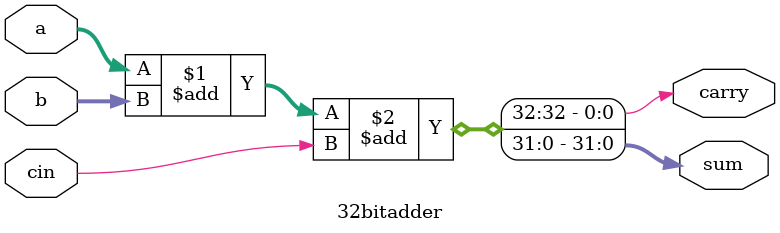
<source format=v>


module \32bitadder  (output reg 	[31:0] sum,
		     output reg		carry,
		     input		[31:0]	a,
		     input		[31:0]	b,
		     input			cin);

assign {carry, sum} = a + b + cin;
endmodule


</source>
